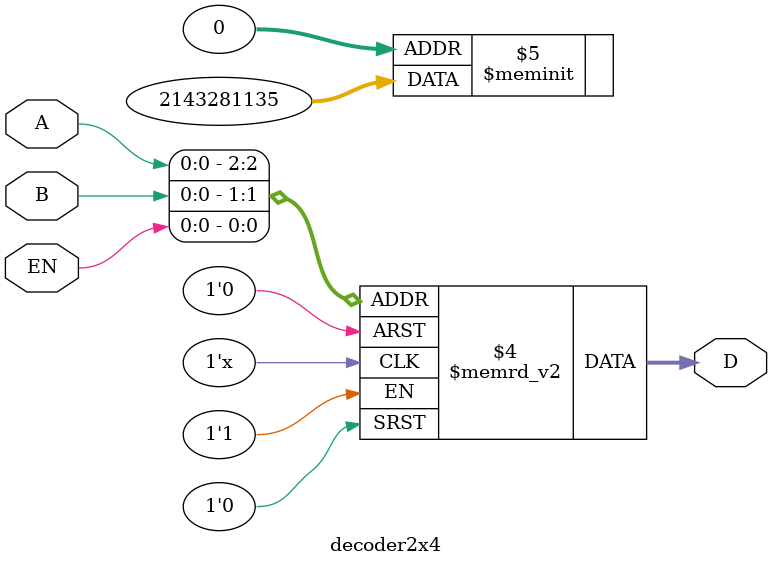
<source format=v>

`timescale 1ns / 1ps
module decoder2x4(D,A,B,EN);
    output  [3:0]   D;
    input   A, B, EN;
    reg     [3:0]   D;
    // Specify the module behavior by truth table
    always @(A,B,EN)
    begin
        case({A,B,EN})
            3'b000 : D=4'b1111;
            3'b001 : D=4'b1110;
            3'b010 : D=4'b1111;
            3'b011 : D=4'b1101;
            3'b100 : D=4'b1111;
            3'b101 : D=4'b1011;
            3'b110 : D=4'b1111;
            3'b111 : D=4'b0111;
            default: D=4'b1111;
        endcase
    end
endmodule

</source>
